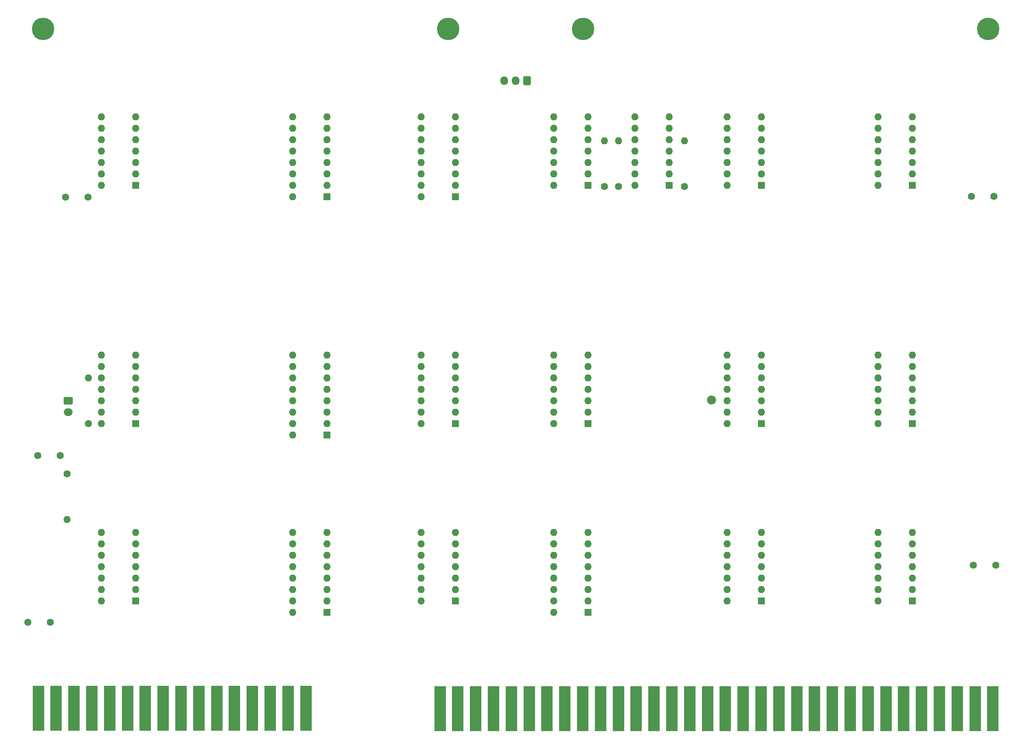
<source format=gbr>
%TF.GenerationSoftware,KiCad,Pcbnew,(6.0.4-0)*%
%TF.CreationDate,2024-04-14T14:43:09+10:00*%
%TF.ProjectId,256 word memory,32353620-776f-4726-9420-6d656d6f7279,rev?*%
%TF.SameCoordinates,Original*%
%TF.FileFunction,Soldermask,Bot*%
%TF.FilePolarity,Negative*%
%FSLAX46Y46*%
G04 Gerber Fmt 4.6, Leading zero omitted, Abs format (unit mm)*
G04 Created by KiCad (PCBNEW (6.0.4-0)) date 2024-04-14 14:43:09*
%MOMM*%
%LPD*%
G01*
G04 APERTURE LIST*
G04 Aperture macros list*
%AMRoundRect*
0 Rectangle with rounded corners*
0 $1 Rounding radius*
0 $2 $3 $4 $5 $6 $7 $8 $9 X,Y pos of 4 corners*
0 Add a 4 corners polygon primitive as box body*
4,1,4,$2,$3,$4,$5,$6,$7,$8,$9,$2,$3,0*
0 Add four circle primitives for the rounded corners*
1,1,$1+$1,$2,$3*
1,1,$1+$1,$4,$5*
1,1,$1+$1,$6,$7*
1,1,$1+$1,$8,$9*
0 Add four rect primitives between the rounded corners*
20,1,$1+$1,$2,$3,$4,$5,0*
20,1,$1+$1,$4,$5,$6,$7,0*
20,1,$1+$1,$6,$7,$8,$9,0*
20,1,$1+$1,$8,$9,$2,$3,0*%
G04 Aperture macros list end*
%ADD10C,1.600000*%
%ADD11O,1.600000X1.600000*%
%ADD12R,1.600000X1.600000*%
%ADD13R,2.540000X10.000000*%
%ADD14C,2.000000*%
%ADD15C,5.000000*%
%ADD16RoundRect,0.250000X-0.750000X0.600000X-0.750000X-0.600000X0.750000X-0.600000X0.750000X0.600000X0*%
%ADD17O,2.000000X1.700000*%
%ADD18RoundRect,0.250000X0.600000X0.725000X-0.600000X0.725000X-0.600000X-0.725000X0.600000X-0.725000X0*%
%ADD19O,1.700000X1.950000*%
G04 APERTURE END LIST*
D10*
%TO.C,R4*%
X34550000Y-110800000D03*
D11*
X34550000Y-100640000D03*
%TD*%
D10*
%TO.C,R5*%
X29845000Y-121920000D03*
D11*
X29845000Y-132080000D03*
%TD*%
D12*
%TO.C,U7*%
X45120000Y-57740000D03*
D11*
X45120000Y-55200000D03*
X45120000Y-52660000D03*
X45120000Y-50120000D03*
X45120000Y-47580000D03*
X45120000Y-45040000D03*
X45120000Y-42500000D03*
X37500000Y-42500000D03*
X37500000Y-45040000D03*
X37500000Y-47580000D03*
X37500000Y-50120000D03*
X37500000Y-52660000D03*
X37500000Y-55200000D03*
X37500000Y-57740000D03*
%TD*%
D12*
%TO.C,U3*%
X87620000Y-60280000D03*
D11*
X87620000Y-57740000D03*
X87620000Y-55200000D03*
X87620000Y-52660000D03*
X87620000Y-50120000D03*
X87620000Y-47580000D03*
X87620000Y-45040000D03*
X87620000Y-42500000D03*
X80000000Y-42500000D03*
X80000000Y-45040000D03*
X80000000Y-47580000D03*
X80000000Y-50120000D03*
X80000000Y-52660000D03*
X80000000Y-55200000D03*
X80000000Y-57740000D03*
X80000000Y-60280000D03*
%TD*%
D12*
%TO.C,U8*%
X116120000Y-60280000D03*
D11*
X116120000Y-57740000D03*
X116120000Y-55200000D03*
X116120000Y-52660000D03*
X116120000Y-50120000D03*
X116120000Y-47580000D03*
X116120000Y-45040000D03*
X116120000Y-42500000D03*
X108500000Y-42500000D03*
X108500000Y-45040000D03*
X108500000Y-47580000D03*
X108500000Y-50120000D03*
X108500000Y-52660000D03*
X108500000Y-55200000D03*
X108500000Y-57740000D03*
X108500000Y-60280000D03*
%TD*%
D12*
%TO.C,U13*%
X145620000Y-57740000D03*
D11*
X145620000Y-55200000D03*
X145620000Y-52660000D03*
X145620000Y-50120000D03*
X145620000Y-47580000D03*
X145620000Y-45040000D03*
X145620000Y-42500000D03*
X138000000Y-42500000D03*
X138000000Y-45040000D03*
X138000000Y-47580000D03*
X138000000Y-50120000D03*
X138000000Y-52660000D03*
X138000000Y-55200000D03*
X138000000Y-57740000D03*
%TD*%
D12*
%TO.C,U9*%
X87620000Y-113280000D03*
D11*
X87620000Y-110740000D03*
X87620000Y-108200000D03*
X87620000Y-105660000D03*
X87620000Y-103120000D03*
X87620000Y-100580000D03*
X87620000Y-98040000D03*
X87620000Y-95500000D03*
X80000000Y-95500000D03*
X80000000Y-98040000D03*
X80000000Y-100580000D03*
X80000000Y-103120000D03*
X80000000Y-105660000D03*
X80000000Y-108200000D03*
X80000000Y-110740000D03*
X80000000Y-113280000D03*
%TD*%
D12*
%TO.C,U10*%
X116120000Y-110740000D03*
D11*
X116120000Y-108200000D03*
X116120000Y-105660000D03*
X116120000Y-103120000D03*
X116120000Y-100580000D03*
X116120000Y-98040000D03*
X116120000Y-95500000D03*
X108500000Y-95500000D03*
X108500000Y-98040000D03*
X108500000Y-100580000D03*
X108500000Y-103120000D03*
X108500000Y-105660000D03*
X108500000Y-108200000D03*
X108500000Y-110740000D03*
%TD*%
D12*
%TO.C,U12*%
X184120000Y-110740000D03*
D11*
X184120000Y-108200000D03*
X184120000Y-105660000D03*
X184120000Y-103120000D03*
X184120000Y-100580000D03*
X184120000Y-98040000D03*
X184120000Y-95500000D03*
X176500000Y-95500000D03*
X176500000Y-98040000D03*
X176500000Y-100580000D03*
X176500000Y-103120000D03*
X176500000Y-105660000D03*
X176500000Y-108200000D03*
X176500000Y-110740000D03*
%TD*%
D12*
%TO.C,U5*%
X87620000Y-152780000D03*
D11*
X87620000Y-150240000D03*
X87620000Y-147700000D03*
X87620000Y-145160000D03*
X87620000Y-142620000D03*
X87620000Y-140080000D03*
X87620000Y-137540000D03*
X87620000Y-135000000D03*
X80000000Y-135000000D03*
X80000000Y-137540000D03*
X80000000Y-140080000D03*
X80000000Y-142620000D03*
X80000000Y-145160000D03*
X80000000Y-147700000D03*
X80000000Y-150240000D03*
X80000000Y-152780000D03*
%TD*%
D12*
%TO.C,U6*%
X116120000Y-150240000D03*
D11*
X116120000Y-147700000D03*
X116120000Y-145160000D03*
X116120000Y-142620000D03*
X116120000Y-140080000D03*
X116120000Y-137540000D03*
X116120000Y-135000000D03*
X108500000Y-135000000D03*
X108500000Y-137540000D03*
X108500000Y-140080000D03*
X108500000Y-142620000D03*
X108500000Y-145160000D03*
X108500000Y-147700000D03*
X108500000Y-150240000D03*
%TD*%
D12*
%TO.C,U1*%
X45120000Y-110740000D03*
D11*
X45120000Y-108200000D03*
X45120000Y-105660000D03*
X45120000Y-103120000D03*
X45120000Y-100580000D03*
X45120000Y-98040000D03*
X45120000Y-95500000D03*
X37500000Y-95500000D03*
X37500000Y-98040000D03*
X37500000Y-100580000D03*
X37500000Y-103120000D03*
X37500000Y-105660000D03*
X37500000Y-108200000D03*
X37500000Y-110740000D03*
%TD*%
D12*
%TO.C,U16*%
X45120000Y-150240000D03*
D11*
X45120000Y-147700000D03*
X45120000Y-145160000D03*
X45120000Y-142620000D03*
X45120000Y-140080000D03*
X45120000Y-137540000D03*
X45120000Y-135000000D03*
X37500000Y-135000000D03*
X37500000Y-137540000D03*
X37500000Y-140080000D03*
X37500000Y-142620000D03*
X37500000Y-145160000D03*
X37500000Y-147700000D03*
X37500000Y-150240000D03*
%TD*%
D12*
%TO.C,U4*%
X145620000Y-152780000D03*
D11*
X145620000Y-150240000D03*
X145620000Y-147700000D03*
X145620000Y-145160000D03*
X145620000Y-142620000D03*
X145620000Y-140080000D03*
X145620000Y-137540000D03*
X145620000Y-135000000D03*
X138000000Y-135000000D03*
X138000000Y-137540000D03*
X138000000Y-140080000D03*
X138000000Y-142620000D03*
X138000000Y-145160000D03*
X138000000Y-147700000D03*
X138000000Y-150240000D03*
X138000000Y-152780000D03*
%TD*%
D13*
%TO.C,J3*%
X82900000Y-174100000D03*
X78937600Y-174100000D03*
X74975200Y-174100000D03*
X71012800Y-174100000D03*
X67050400Y-174100000D03*
X63088000Y-174100000D03*
X59125600Y-174100000D03*
X55163200Y-174100000D03*
X51200800Y-174100000D03*
X47238400Y-174100000D03*
X43276000Y-174100000D03*
X39313600Y-174100000D03*
X35351200Y-174100000D03*
X31388800Y-174100000D03*
X27426400Y-174100000D03*
X23464000Y-174100000D03*
%TD*%
D10*
%TO.C,R1*%
X149225000Y-58000000D03*
D11*
X149225000Y-47840000D03*
%TD*%
D10*
%TO.C,R2*%
X167000000Y-58000000D03*
D11*
X167000000Y-47840000D03*
%TD*%
D12*
%TO.C,U2*%
X163620000Y-57740000D03*
D11*
X163620000Y-55200000D03*
X163620000Y-52660000D03*
X163620000Y-50120000D03*
X163620000Y-47580000D03*
X163620000Y-45040000D03*
X163620000Y-42500000D03*
X156000000Y-42500000D03*
X156000000Y-45040000D03*
X156000000Y-47580000D03*
X156000000Y-50120000D03*
X156000000Y-52660000D03*
X156000000Y-55200000D03*
X156000000Y-57740000D03*
%TD*%
D10*
%TO.C,R3*%
X152400000Y-58000000D03*
D11*
X152400000Y-47840000D03*
%TD*%
D13*
%TO.C,J5*%
X235534400Y-174200000D03*
X231572000Y-174200000D03*
X227609600Y-174200000D03*
X223647200Y-174200000D03*
X219684800Y-174200000D03*
X215722400Y-174200000D03*
X211760000Y-174200000D03*
X207797600Y-174200000D03*
X203835200Y-174200000D03*
X199872800Y-174200000D03*
X195910400Y-174200000D03*
X191948000Y-174200000D03*
X187985600Y-174200000D03*
X184023200Y-174200000D03*
X180060800Y-174200000D03*
X176098400Y-174200000D03*
X172136000Y-174200000D03*
X168173600Y-174200000D03*
X164211200Y-174200000D03*
X160248800Y-174200000D03*
X156286400Y-174200000D03*
X152324000Y-174200000D03*
X148361600Y-174200000D03*
X144399200Y-174200000D03*
X140436800Y-174200000D03*
X136474400Y-174200000D03*
X132512000Y-174200000D03*
X128549600Y-174200000D03*
X124587200Y-174200000D03*
X120624800Y-174200000D03*
X116662400Y-174200000D03*
X112700000Y-174200000D03*
%TD*%
D12*
%TO.C,U17*%
X217620000Y-110740000D03*
D11*
X217620000Y-108200000D03*
X217620000Y-105660000D03*
X217620000Y-103120000D03*
X217620000Y-100580000D03*
X217620000Y-98040000D03*
X217620000Y-95500000D03*
X210000000Y-95500000D03*
X210000000Y-98040000D03*
X210000000Y-100580000D03*
X210000000Y-103120000D03*
X210000000Y-105660000D03*
X210000000Y-108200000D03*
X210000000Y-110740000D03*
%TD*%
D12*
%TO.C,U19*%
X217620000Y-150240000D03*
D11*
X217620000Y-147700000D03*
X217620000Y-145160000D03*
X217620000Y-142620000D03*
X217620000Y-140080000D03*
X217620000Y-137540000D03*
X217620000Y-135000000D03*
X210000000Y-135000000D03*
X210000000Y-137540000D03*
X210000000Y-140080000D03*
X210000000Y-142620000D03*
X210000000Y-145160000D03*
X210000000Y-147700000D03*
X210000000Y-150240000D03*
%TD*%
D12*
%TO.C,U15*%
X145620000Y-110740000D03*
D11*
X145620000Y-108200000D03*
X145620000Y-105660000D03*
X145620000Y-103120000D03*
X145620000Y-100580000D03*
X145620000Y-98040000D03*
X145620000Y-95500000D03*
X138000000Y-95500000D03*
X138000000Y-98040000D03*
X138000000Y-100580000D03*
X138000000Y-103120000D03*
X138000000Y-105660000D03*
X138000000Y-108200000D03*
X138000000Y-110740000D03*
%TD*%
D12*
%TO.C,U11*%
X184120000Y-57740000D03*
D11*
X184120000Y-55200000D03*
X184120000Y-52660000D03*
X184120000Y-50120000D03*
X184120000Y-47580000D03*
X184120000Y-45040000D03*
X184120000Y-42500000D03*
X176500000Y-42500000D03*
X176500000Y-45040000D03*
X176500000Y-47580000D03*
X176500000Y-50120000D03*
X176500000Y-52660000D03*
X176500000Y-55200000D03*
X176500000Y-57740000D03*
%TD*%
D12*
%TO.C,U14*%
X217620000Y-57740000D03*
D11*
X217620000Y-55200000D03*
X217620000Y-52660000D03*
X217620000Y-50120000D03*
X217620000Y-47580000D03*
X217620000Y-45040000D03*
X217620000Y-42500000D03*
X210000000Y-42500000D03*
X210000000Y-45040000D03*
X210000000Y-47580000D03*
X210000000Y-50120000D03*
X210000000Y-52660000D03*
X210000000Y-55200000D03*
X210000000Y-57740000D03*
%TD*%
D12*
%TO.C,U18*%
X184120000Y-150240000D03*
D11*
X184120000Y-147700000D03*
X184120000Y-145160000D03*
X184120000Y-142620000D03*
X184120000Y-140080000D03*
X184120000Y-137540000D03*
X184120000Y-135000000D03*
X176500000Y-135000000D03*
X176500000Y-137540000D03*
X176500000Y-140080000D03*
X176500000Y-142620000D03*
X176500000Y-145160000D03*
X176500000Y-147700000D03*
X176500000Y-150240000D03*
%TD*%
D14*
%TO.C,J4*%
X173000000Y-105500000D03*
%TD*%
D10*
%TO.C,C1*%
X34527500Y-60388500D03*
X29527500Y-60388500D03*
%TD*%
%TO.C,C2*%
X230759000Y-60198000D03*
X235759000Y-60198000D03*
%TD*%
%TO.C,C3*%
X28321000Y-117856000D03*
X23321000Y-117856000D03*
%TD*%
%TO.C,C4*%
X26162000Y-154940000D03*
X21162000Y-154940000D03*
%TD*%
%TO.C,C5*%
X231203500Y-142303500D03*
X236203500Y-142303500D03*
%TD*%
D15*
%TO.C,H1*%
X24500000Y-23000000D03*
X114500000Y-23000000D03*
%TD*%
%TO.C,H2*%
X234500000Y-23000000D03*
X144500000Y-23000000D03*
%TD*%
D16*
%TO.C,J1*%
X30100000Y-105700000D03*
D17*
X30100000Y-108200000D03*
%TD*%
D18*
%TO.C,J2*%
X132000000Y-34500000D03*
D19*
X129500000Y-34500000D03*
X127000000Y-34500000D03*
%TD*%
M02*

</source>
